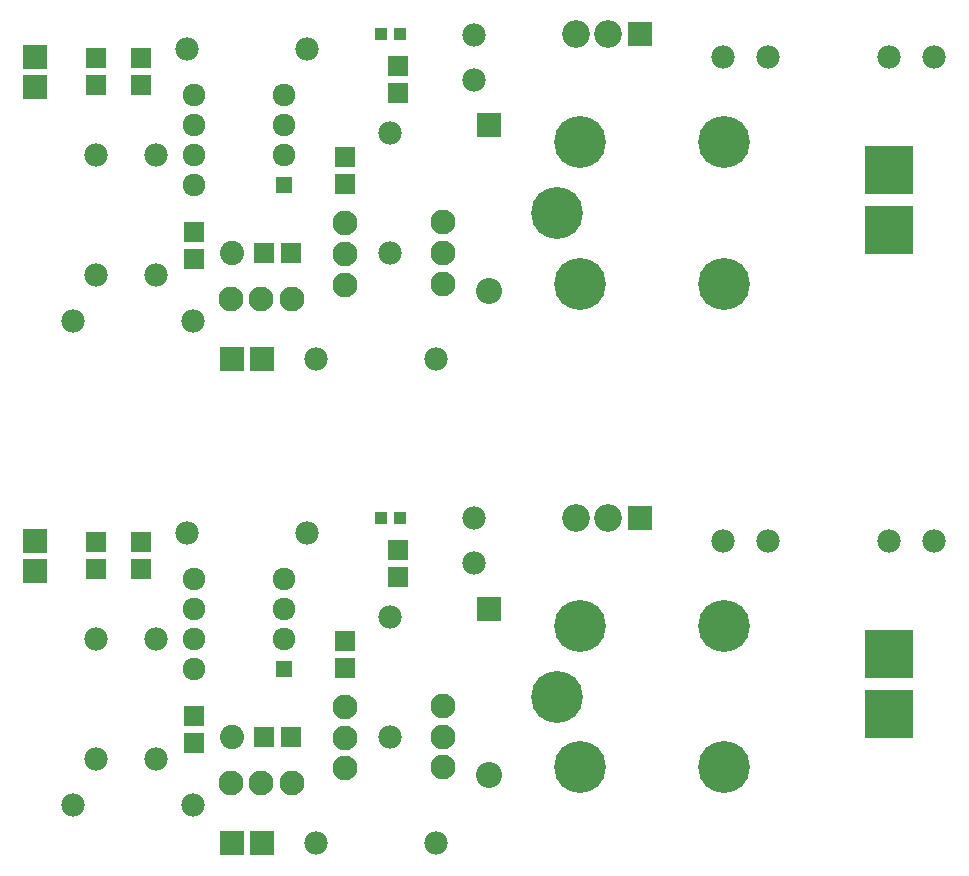
<source format=gbr>
G04 DesignSpark PCB Gerber Version 10.0 Build 5299*
G04 #@! TF.Part,Single*
G04 #@! TF.FileFunction,Soldermask,Top*
G04 #@! TF.FilePolarity,Negative*
%FSLAX35Y35*%
%MOIN*%
G04 #@! TA.AperFunction,SMDPad,CuDef*
%ADD130R,0.07096X0.07096*%
%ADD134R,0.04301X0.04301*%
G04 #@! TA.AperFunction,ComponentPad*
%ADD93R,0.05167X0.05167*%
%ADD136R,0.08080X0.08080*%
%ADD95R,0.08356X0.08356*%
%ADD89R,0.08395X0.08395*%
%ADD132C,0.07569*%
%ADD129C,0.07765*%
G04 #@! TA.AperFunction,ViaPad*
%ADD128C,0.08080*%
G04 #@! TA.AperFunction,ComponentPad*
%ADD110C,0.08277*%
%ADD133C,0.08710*%
%ADD131C,0.09261*%
%ADD98C,0.17293*%
G04 #@! TA.AperFunction,SMDPad,CuDef*
%ADD135R,0.07096X0.07096*%
G04 #@! TA.AperFunction,ComponentPad*
%ADD137R,0.16427X0.16427*%
G04 #@! TD.AperFunction*
X0Y0D02*
D02*
D89*
X308002Y154301D03*
Y315561D03*
D02*
D93*
X189458Y104025D03*
Y265285D03*
D02*
D95*
X257608Y124065D03*
Y285324D03*
D02*
D98*
X280246Y94773D03*
Y256033D03*
X288120Y71151D03*
Y118395D03*
Y232411D03*
Y279655D03*
X336151Y71151D03*
Y118395D03*
Y232411D03*
Y279655D03*
D02*
D110*
X171624Y66112D03*
Y227372D03*
X181860Y66112D03*
Y227372D03*
X192096Y66112D03*
Y227372D03*
X209734Y70836D03*
Y81072D03*
Y91309D03*
Y232096D03*
Y242332D03*
Y252569D03*
X242490Y71151D03*
Y81387D03*
Y91624D03*
Y232411D03*
Y242647D03*
Y252883D03*
D02*
D128*
X171939Y81230D03*
Y242490D03*
D02*
D129*
X119025Y58553D03*
Y219813D03*
X126584Y73986D03*
Y113986D03*
Y235246D03*
Y275246D03*
X146742Y73986D03*
Y113986D03*
Y235246D03*
Y275246D03*
X157135Y149261D03*
Y310521D03*
X159025Y58553D03*
Y219813D03*
X197135Y149261D03*
Y310521D03*
X199970Y45954D03*
Y207214D03*
X224852Y81230D03*
Y121230D03*
Y242490D03*
Y282490D03*
X239970Y45954D03*
Y207214D03*
X252569Y139183D03*
Y154183D03*
Y300443D03*
Y315443D03*
X335718Y146742D03*
Y308002D03*
X350718Y146742D03*
Y308002D03*
X391151Y146742D03*
Y308002D03*
X406151Y146742D03*
Y308002D03*
D02*
D130*
X126584Y137202D03*
Y146202D03*
Y298462D03*
Y307462D03*
X141702Y137202D03*
Y146202D03*
Y298462D03*
Y307462D03*
X159340Y79250D03*
Y88250D03*
Y240509D03*
Y249509D03*
X209734Y104446D03*
Y113446D03*
Y265706D03*
Y274706D03*
X227372Y134683D03*
Y143683D03*
Y295943D03*
Y304943D03*
D02*
D131*
X286742Y154301D03*
Y315561D03*
X297372Y154301D03*
Y315561D03*
D02*
D132*
X159458Y104025D03*
Y114025D03*
Y124025D03*
Y134025D03*
Y265285D03*
Y275285D03*
Y285285D03*
Y295285D03*
X189458Y114025D03*
Y124025D03*
Y134025D03*
Y275285D03*
Y285285D03*
Y295285D03*
D02*
D133*
X257608Y68553D03*
Y229813D03*
D02*
D134*
X221604Y154301D03*
Y315561D03*
X228100Y154301D03*
Y315561D03*
D02*
D135*
X182557Y81230D03*
Y242490D03*
X191557Y81230D03*
Y242490D03*
D02*
D136*
X106427Y136663D03*
Y146663D03*
Y297923D03*
Y307923D03*
X172017Y45954D03*
Y207214D03*
X182017Y45954D03*
Y207214D03*
D02*
D137*
X391151Y88868D03*
Y108868D03*
Y250128D03*
Y270128D03*
X0Y0D02*
M02*

</source>
